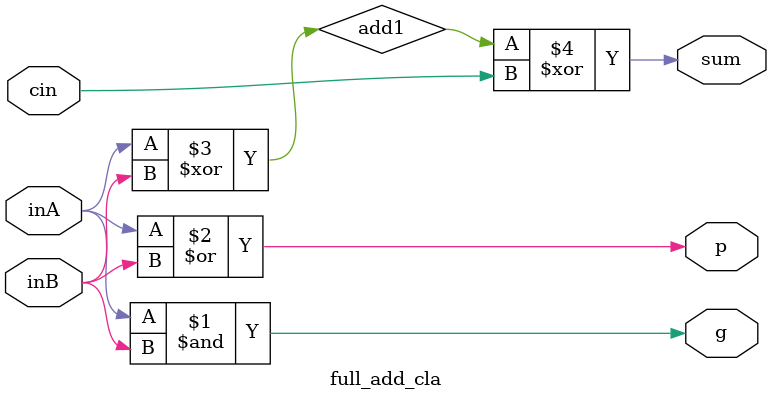
<source format=v>
module full_add_cla(inA, inB, cin, g, p, sum);
	input inA, inB, cin;
	output g, p, sum;

	and g_and(g, inA, inB);
	or p_or(p, inA, inB);

	wire add1;
	xor xor_add1(add1, inA, inB);
	xor xor_add2(sum, add1, cin);

endmodule
</source>
